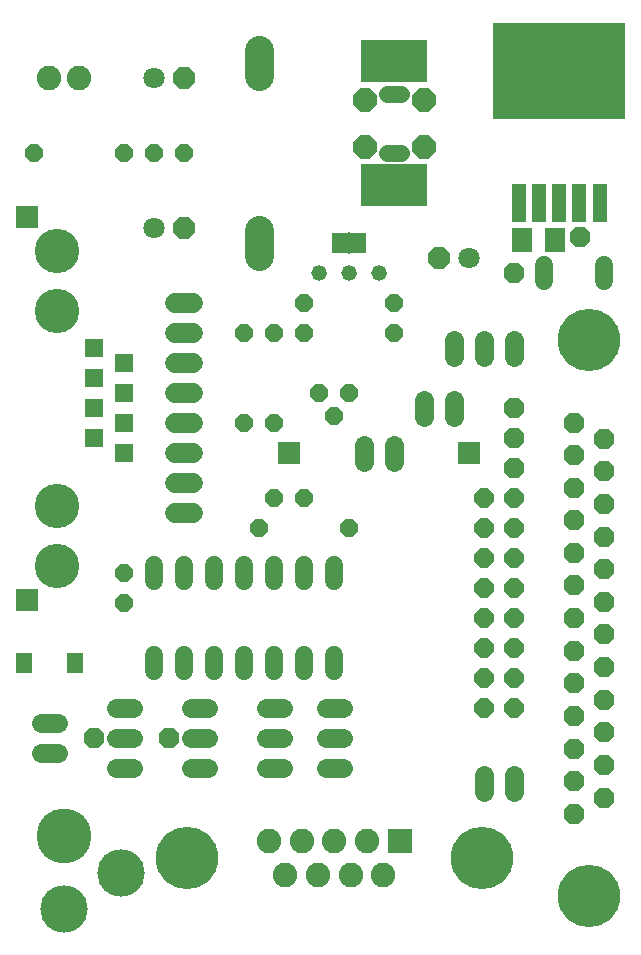
<source format=gts>
G75*
%MOIN*%
%OFA0B0*%
%FSLAX24Y24*%
%IPPOS*%
%LPD*%
%AMOC8*
5,1,8,0,0,1.08239X$1,22.5*
%
%ADD10C,0.0600*%
%ADD11C,0.0640*%
%ADD12OC8,0.0680*%
%ADD13C,0.2080*%
%ADD14R,0.0820X0.0820*%
%ADD15C,0.0820*%
%ADD16R,0.0474X0.1261*%
%ADD17R,0.4411X0.3230*%
%ADD18C,0.0556*%
%ADD19OC8,0.0710*%
%ADD20C,0.0710*%
%ADD21C,0.0965*%
%ADD22OC8,0.0600*%
%ADD23R,0.0540X0.0710*%
%ADD24R,0.0060X0.0720*%
%ADD25C,0.0520*%
%ADD26OC8,0.0785*%
%ADD27R,0.2210X0.1420*%
%ADD28R,0.0580X0.0659*%
%ADD29OC8,0.0640*%
%ADD30R,0.0595X0.0595*%
%ADD31C,0.1480*%
%ADD32R,0.0755X0.0755*%
%ADD33C,0.0680*%
%ADD34C,0.1830*%
%ADD35C,0.1580*%
%ADD36R,0.0710X0.0789*%
D10*
X006125Y012603D02*
X006125Y013123D01*
X007125Y013123D02*
X007125Y012603D01*
X008125Y012603D02*
X008125Y013123D01*
X009125Y013123D02*
X009125Y012603D01*
X010125Y012603D02*
X010125Y013123D01*
X011125Y013123D02*
X011125Y012603D01*
X012125Y012603D02*
X012125Y013123D01*
X012125Y015603D02*
X012125Y016123D01*
X011125Y016123D02*
X011125Y015603D01*
X010125Y015603D02*
X010125Y016123D01*
X009125Y016123D02*
X009125Y015603D01*
X008125Y015603D02*
X008125Y016123D01*
X007125Y016123D02*
X007125Y015603D01*
X006125Y015603D02*
X006125Y016123D01*
X019125Y025603D02*
X019125Y026123D01*
X021125Y026123D02*
X021125Y025603D01*
D11*
X018125Y023643D02*
X018125Y023083D01*
X017125Y023083D02*
X017125Y023643D01*
X016125Y023643D02*
X016125Y023083D01*
X016125Y021643D02*
X016125Y021083D01*
X015125Y021083D02*
X015125Y021643D01*
X014125Y020143D02*
X014125Y019583D01*
X013125Y019583D02*
X013125Y020143D01*
X012405Y011363D02*
X011845Y011363D01*
X011845Y010363D02*
X012405Y010363D01*
X012405Y009363D02*
X011845Y009363D01*
X010405Y009363D02*
X009845Y009363D01*
X009845Y010363D02*
X010405Y010363D01*
X010405Y011363D02*
X009845Y011363D01*
X007905Y011363D02*
X007345Y011363D01*
X007345Y010363D02*
X007905Y010363D01*
X007905Y009363D02*
X007345Y009363D01*
X005405Y009363D02*
X004845Y009363D01*
X004845Y010363D02*
X005405Y010363D01*
X005405Y011363D02*
X004845Y011363D01*
X002905Y010863D02*
X002345Y010863D01*
X002345Y009863D02*
X002905Y009863D01*
X017125Y009143D02*
X017125Y008583D01*
X018125Y008583D02*
X018125Y009143D01*
D12*
X020125Y008933D03*
X020125Y010013D03*
X020125Y011103D03*
X020125Y012193D03*
X020125Y013273D03*
X020125Y014363D03*
X020125Y015453D03*
X020125Y016533D03*
X020125Y017623D03*
X020125Y018713D03*
X020125Y019793D03*
X020125Y020883D03*
X021125Y020343D03*
X021125Y019253D03*
X021125Y018163D03*
X021125Y017083D03*
X021125Y015993D03*
X021125Y014903D03*
X021125Y013823D03*
X021125Y012733D03*
X021125Y011643D03*
X021125Y010563D03*
X021125Y009473D03*
X021125Y008383D03*
X020125Y007843D03*
X018125Y019363D03*
X018125Y020363D03*
X018125Y021363D03*
X018125Y025863D03*
X020325Y027063D03*
X006625Y010363D03*
X004125Y010363D03*
D13*
X007204Y006363D03*
X017046Y006363D03*
X020625Y005103D03*
X020625Y023623D03*
D14*
X014306Y006922D03*
D15*
X013759Y005804D03*
X013216Y006922D03*
X012668Y005804D03*
X012125Y006922D03*
X011582Y005804D03*
X011034Y006922D03*
X010491Y005804D03*
X009944Y006922D03*
X003625Y032363D03*
X002625Y032363D03*
D16*
X018286Y028214D03*
X018956Y028214D03*
X019625Y028214D03*
X020294Y028214D03*
X020964Y028214D03*
D17*
X019625Y032613D03*
D18*
X014363Y031847D02*
X013887Y031847D01*
X013887Y029879D02*
X014363Y029879D01*
D19*
X015625Y026363D03*
X007125Y027363D03*
X007125Y032363D03*
D20*
X006125Y032363D03*
X006125Y027363D03*
X016625Y026363D03*
D21*
X009625Y026421D02*
X009625Y027306D01*
X009625Y032421D02*
X009625Y033306D01*
D22*
X007125Y029863D03*
X006125Y029863D03*
X005125Y029863D03*
X002125Y029863D03*
X009125Y023863D03*
X010125Y023863D03*
X011125Y023863D03*
X011125Y024863D03*
X011625Y021863D03*
X012125Y021113D03*
X012625Y021863D03*
X014125Y023863D03*
X014125Y024863D03*
X010125Y020863D03*
X009125Y020863D03*
X010125Y018363D03*
X009625Y017363D03*
X011125Y018363D03*
X012625Y017363D03*
X005125Y015863D03*
X005125Y014863D03*
D23*
X012325Y026863D03*
X012925Y026863D03*
D24*
X012625Y026863D03*
D25*
X012625Y025863D03*
X011625Y025863D03*
X013625Y025863D03*
D26*
X013140Y030078D03*
X013140Y031648D03*
X015110Y031648D03*
X015110Y030078D03*
D27*
X014125Y028803D03*
X014125Y032923D03*
D28*
X003471Y012863D03*
X001779Y012863D03*
D29*
X017125Y012363D03*
X017125Y011363D03*
X018125Y011363D03*
X018125Y012363D03*
X018125Y013363D03*
X018125Y014363D03*
X018125Y015363D03*
X018125Y016363D03*
X018125Y017363D03*
X018125Y018363D03*
X017125Y018363D03*
X017125Y017363D03*
X017125Y016363D03*
X017125Y015363D03*
X017125Y014363D03*
X017125Y013363D03*
D30*
X005125Y019863D03*
X005125Y020863D03*
X005125Y021863D03*
X005125Y022863D03*
X004125Y022363D03*
X004125Y021363D03*
X004125Y020363D03*
X004125Y023363D03*
D31*
X002875Y024613D03*
X002875Y026613D03*
X002875Y018113D03*
X002875Y016113D03*
D32*
X001875Y014983D03*
X010625Y019863D03*
X016625Y019863D03*
X001875Y027743D03*
D33*
X006825Y024863D02*
X007425Y024863D01*
X007425Y023863D02*
X006825Y023863D01*
X006825Y022863D02*
X007425Y022863D01*
X007425Y021863D02*
X006825Y021863D01*
X006825Y020863D02*
X007425Y020863D01*
X007425Y019863D02*
X006825Y019863D01*
X006825Y018863D02*
X007425Y018863D01*
X007425Y017863D02*
X006825Y017863D01*
D34*
X003125Y007084D03*
D35*
X003125Y004682D03*
X005015Y005863D03*
D36*
X018374Y026963D03*
X019476Y026963D03*
M02*

</source>
